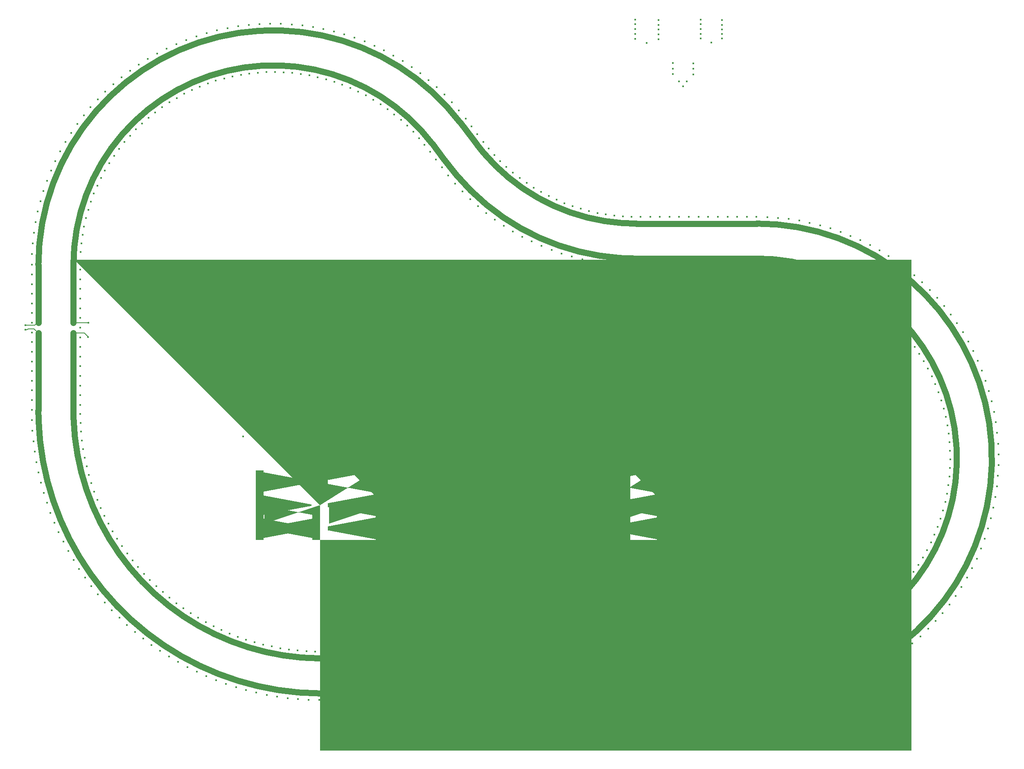
<source format=gbr>
%TF.GenerationSoftware,KiCad,Pcbnew,6.0.9-8da3e8f707~117~ubuntu22.04.1*%
%TF.CreationDate,2022-12-16T10:19:31-08:00*%
%TF.ProjectId,GaussSpeedway,47617573-7353-4706-9565-647761792e6b,rev?*%
%TF.SameCoordinates,Original*%
%TF.FileFunction,Copper,L1,Top*%
%TF.FilePolarity,Positive*%
%FSLAX46Y46*%
G04 Gerber Fmt 4.6, Leading zero omitted, Abs format (unit mm)*
G04 Created by KiCad (PCBNEW 6.0.9-8da3e8f707~117~ubuntu22.04.1) date 2022-12-16 10:19:31*
%MOMM*%
%LPD*%
G01*
G04 APERTURE LIST*
G04 Aperture macros list*
%AMRoundRect*
0 Rectangle with rounded corners*
0 $1 Rounding radius*
0 $2 $3 $4 $5 $6 $7 $8 $9 X,Y pos of 4 corners*
0 Add a 4 corners polygon primitive as box body*
4,1,4,$2,$3,$4,$5,$6,$7,$8,$9,$2,$3,0*
0 Add four circle primitives for the rounded corners*
1,1,$1+$1,$2,$3*
1,1,$1+$1,$4,$5*
1,1,$1+$1,$6,$7*
1,1,$1+$1,$8,$9*
0 Add four rect primitives between the rounded corners*
20,1,$1+$1,$2,$3,$4,$5,0*
20,1,$1+$1,$4,$5,$6,$7,0*
20,1,$1+$1,$6,$7,$8,$9,0*
20,1,$1+$1,$8,$9,$2,$3,0*%
%AMFreePoly0*
4,1,45,11.483368,7.200035,11.483383,7.200000,11.483383,7.050000,11.483373,7.049972,11.483368,7.049965,11.483342,7.049951,1.600050,5.199959,1.600050,4.400041,11.483342,2.550049,11.483368,2.550035,11.483383,2.550000,11.483383,2.250000,11.483373,2.249972,11.483368,2.249965,11.483342,2.249951,1.600050,0.399959,1.600050,-0.399959,11.483342,-2.249951,11.483368,-2.249965,11.483383,-2.250000,
11.483383,-2.550000,11.483373,-2.550028,11.483368,-2.550035,11.483342,-2.550049,1.600050,-4.400041,1.600050,-5.199959,11.483342,-7.049951,11.483368,-7.049965,11.483383,-7.050000,11.483383,-7.200000,11.483368,-7.200035,11.483333,-7.200050,0.000000,-7.200050,-0.000035,-7.200035,-0.000050,-7.200000,-0.000050,-0.049979,-0.035355,-0.035355,-0.050000,0.000000,-0.035355,0.035355,-0.000050,0.049979,
-0.000050,7.200000,-0.000035,7.200035,0.000000,7.200050,11.483333,7.200050,11.483368,7.200035,11.483368,7.200035,$1*%
%AMFreePoly1*
4,1,70,11.483368,7.200035,11.483383,7.200000,11.483383,7.050000,11.483373,7.049972,11.483368,7.049965,11.483342,7.049951,1.600050,5.199959,1.600050,4.400041,11.483342,2.550049,11.483368,2.550035,11.483383,2.550000,11.483383,2.250000,11.483373,2.249972,11.483368,2.249965,11.483342,2.249951,1.600050,0.399959,1.600050,-0.399959,11.483342,-2.249951,11.483368,-2.249965,11.483383,-2.250000,
11.483383,-2.550000,11.483373,-2.550028,11.483368,-2.550035,11.483342,-2.550049,1.600050,-4.400041,1.600050,-5.199959,11.483342,-7.049951,11.483368,-7.049965,11.483383,-7.050000,11.483383,-7.200000,11.483368,-7.200035,11.483333,-7.200050,-1.600000,-7.200050,-1.600035,-7.200035,-1.600050,-7.200000,-1.600050,-6.800042,-11.483342,-4.950049,-11.483368,-4.950035,-11.483374,-4.950028,-11.483383,-4.950000,
-11.483383,-4.650000,-11.483374,-4.649972,-11.483368,-4.649965,-11.483342,-4.649951,-1.600050,-2.799958,-1.600050,-2.000042,-11.483342,-0.150049,-11.483368,-0.150035,-11.483374,-0.150028,-11.483383,-0.150000,-11.483383,0.150000,-11.483374,0.150028,-11.483368,0.150035,-11.483342,0.150049,-1.600050,2.000042,-1.600050,2.799958,-11.483342,4.649951,-11.483368,4.649965,-11.483374,4.649972,-11.483383,4.650000,
-11.483383,4.950000,-11.483374,4.950028,-11.483368,4.950035,-11.483342,4.950049,-1.600050,6.800042,-1.600050,7.200000,-1.600035,7.200035,-1.600000,7.200050,11.483333,7.200050,11.483368,7.200035,11.483368,7.200035,$1*%
%AMFreePoly2*
4,1,48,0.000035,7.200035,0.000050,7.200000,0.000050,0.049979,0.035355,0.035355,0.050000,0.000000,0.035355,-0.035355,0.000050,-0.049979,0.000050,-7.200000,0.000035,-7.200035,0.000000,-7.200050,-1.600000,-7.200050,-1.600035,-7.200035,-1.600050,-7.200000,-1.600050,-6.800042,-11.483342,-4.950049,-11.483368,-4.950035,-11.483374,-4.950028,-11.483383,-4.950000,-11.483383,-4.650000,-11.483374,-4.649972,
-11.483368,-4.649965,-11.483342,-4.649951,-1.600050,-2.799958,-1.600050,-2.000042,-11.483342,-0.150049,-11.483368,-0.150035,-11.483374,-0.150028,-11.483383,-0.150000,-11.483383,0.150000,-11.483374,0.150028,-11.483368,0.150035,-11.483342,0.150049,-1.600050,2.000042,-1.600050,2.799958,-11.483342,4.649951,-11.483368,4.649965,-11.483374,4.649972,-11.483383,4.650000,-11.483383,4.950000,-11.483374,4.950028,
-11.483368,4.950035,-11.483342,4.950049,-1.600050,6.800042,-1.600050,7.200000,-1.600035,7.200035,-1.600000,7.200050,0.000000,7.200050,0.000035,7.200035,0.000035,7.200035,$1*%
G04 Aperture macros list end*
%TA.AperFunction,EtchedComponent*%
%ADD10C,0.200000*%
%TD*%
%TA.AperFunction,SMDPad,CuDef*%
%ADD11FreePoly0,180.000000*%
%TD*%
%TA.AperFunction,SMDPad,CuDef*%
%ADD12FreePoly1,180.000000*%
%TD*%
%TA.AperFunction,SMDPad,CuDef*%
%ADD13FreePoly2,180.000000*%
%TD*%
%TA.AperFunction,SMDPad,CuDef*%
%ADD14RoundRect,2.000000X-2.000000X-2.000000X2.000000X-2.000000X2.000000X2.000000X-2.000000X2.000000X0*%
%TD*%
%TA.AperFunction,ViaPad*%
%ADD15C,0.450000*%
%TD*%
%TA.AperFunction,Conductor*%
%ADD16C,0.200000*%
%TD*%
%TA.AperFunction,Conductor*%
%ADD17C,1.250000*%
%TD*%
G04 APERTURE END LIST*
%TO.C,T2*%
G36*
X199900000Y-161100000D02*
G01*
X199900000Y-166300000D01*
X196600000Y-169500000D01*
X191600000Y-169500000D01*
X188200000Y-166400000D01*
X188200000Y-161100000D01*
X191600000Y-157900000D01*
X196600000Y-157900000D01*
X199900000Y-161100000D01*
G37*
D10*
X199900000Y-161100000D02*
X199900000Y-166300000D01*
X196600000Y-169500000D01*
X191600000Y-169500000D01*
X188200000Y-166400000D01*
X188200000Y-161100000D01*
X191600000Y-157900000D01*
X196600000Y-157900000D01*
X199900000Y-161100000D01*
%TD*%
D11*
%TO.P,T1,1,1*%
%TO.N,/FWD1*%
X185033333Y-163550000D03*
D12*
%TO.P,T1,2,2*%
%TO.N,/FWD2*%
X171700000Y-163550000D03*
%TO.P,T1,3,3*%
%TO.N,/FWD3*%
X158366666Y-163550000D03*
D13*
%TO.P,T1,4,4*%
%TO.N,/FWD1*%
X145033333Y-163550000D03*
%TD*%
D14*
%TO.P,T2,1,Pin_1*%
%TO.N,/STOP*%
X194100000Y-163700000D03*
%TD*%
D11*
%TO.P,T3,1,1*%
%TO.N,/REV1*%
X243200001Y-163500000D03*
D12*
%TO.P,T3,2,2*%
%TO.N,/REV2*%
X229866668Y-163500000D03*
%TO.P,T3,3,3*%
%TO.N,/REV3*%
X216533334Y-163500000D03*
D13*
%TO.P,T3,4,4*%
%TO.N,/REV1*%
X203200001Y-163500000D03*
%TD*%
D15*
%TO.N,/STOP*%
X193850000Y-158350000D03*
%TO.N,GND*%
X167760000Y-125310000D03*
X223500000Y-66000000D03*
X200250000Y-149400000D03*
X166650000Y-128750000D03*
X225900000Y-67850000D03*
X237100000Y-63000000D03*
X224960000Y-116710000D03*
X228400000Y-66100000D03*
X235360000Y-148810000D03*
X198800000Y-144050000D03*
X241500000Y-65100000D03*
X202600000Y-142450000D03*
X195600000Y-153125000D03*
X175760000Y-137410000D03*
X228400000Y-65100000D03*
X230260000Y-116710000D03*
X167760000Y-124110000D03*
X223500000Y-65000000D03*
X148260000Y-148110000D03*
X237100000Y-64000000D03*
X241500000Y-66900000D03*
X175760000Y-136210000D03*
X148260000Y-146510000D03*
X223500000Y-67000000D03*
X211300000Y-147500000D03*
X204025000Y-150100000D03*
X237100000Y-66900000D03*
X241500000Y-66000000D03*
X241500000Y-63100000D03*
X169360000Y-125310000D03*
X173050000Y-141000000D03*
X223500000Y-64000000D03*
X239300000Y-67800000D03*
X191100000Y-153200000D03*
X147060000Y-146510000D03*
X223500000Y-63000000D03*
X228400000Y-64100000D03*
X147060000Y-148110000D03*
X241500000Y-64100000D03*
X228400000Y-63100000D03*
X143450000Y-145500000D03*
X237100000Y-65000000D03*
X190700000Y-146450000D03*
X169360000Y-124110000D03*
X189250000Y-148400000D03*
X174160000Y-137410000D03*
X174160000Y-136210000D03*
X228400000Y-67100000D03*
X195200000Y-137850000D03*
X237100000Y-66000000D03*
%TO.N,VBUS*%
X235550000Y-73200000D03*
X175600000Y-132850000D03*
X235550000Y-72050000D03*
X233410000Y-76860000D03*
X234200000Y-75800000D03*
X235550000Y-74400000D03*
X231300000Y-72000000D03*
X169200000Y-120700000D03*
X175600000Y-141050000D03*
X169200000Y-128900000D03*
X211450000Y-149450000D03*
X143450000Y-148000000D03*
X231300000Y-74300000D03*
X151600000Y-147950000D03*
X232600000Y-75800000D03*
X231300000Y-73200000D03*
%TO.N,VCC*%
X198800000Y-144900000D03*
X190000000Y-149000000D03*
X196450000Y-139300000D03*
X204000000Y-147500000D03*
X204485000Y-145125000D03*
X218100000Y-145100000D03*
%TO.N,/SWDIO*%
X185900000Y-134600000D03*
X195750000Y-134450000D03*
%TO.N,/1A_P*%
X192083642Y-88307934D03*
X116813805Y-186831311D03*
X178186737Y-203870000D03*
X285681434Y-187519084D03*
X205663968Y-99547427D03*
X226631908Y-103870000D03*
X238629364Y-103870000D03*
X242173172Y-203870000D03*
X296554801Y-168353514D03*
X213969746Y-102655792D03*
X232630212Y-103870000D03*
X240628517Y-103870000D03*
X184185041Y-203870000D03*
X98752349Y-111549592D03*
X289825375Y-182305510D03*
X109461335Y-82878927D03*
X266025843Y-106968376D03*
X105228617Y-171090838D03*
X277357388Y-194841536D03*
X190889287Y-86742047D03*
X210565984Y-101634661D03*
X198246650Y-94684862D03*
X98698478Y-135775796D03*
X139190692Y-64782303D03*
X274045339Y-110770852D03*
X99949474Y-102755387D03*
X298679883Y-155233440D03*
X155963969Y-203807655D03*
X128607395Y-68084103D03*
X102682604Y-94311386D03*
X106865624Y-86483647D03*
X98734413Y-145946301D03*
X107347437Y-174903379D03*
X166189280Y-203870000D03*
X162190020Y-203870000D03*
X204096687Y-98708617D03*
X226176563Y-203870000D03*
X234174868Y-203870000D03*
X261305861Y-202254438D03*
X101848395Y-163055103D03*
X112386567Y-182017175D03*
X263925799Y-106245126D03*
X198182498Y-203870000D03*
X222177411Y-203870000D03*
X177280742Y-72844957D03*
X161215384Y-65462077D03*
X196182498Y-203870000D03*
X242628517Y-103870000D03*
X281266195Y-115931317D03*
X170188432Y-203870000D03*
X298055159Y-161864868D03*
X284504848Y-118971522D03*
X294205013Y-174586059D03*
X111030319Y-180308258D03*
X143057676Y-201795516D03*
X164189280Y-203870000D03*
X220981550Y-103774049D03*
X288521948Y-184103940D03*
X216178259Y-203870000D03*
X123481511Y-192447415D03*
X265550377Y-200944552D03*
X101128311Y-98472623D03*
X272106255Y-109687697D03*
X279549168Y-114522384D03*
X106253146Y-173015964D03*
X234630212Y-103870000D03*
X295267064Y-135666522D03*
X125270854Y-193695636D03*
X277770495Y-113190549D03*
X105690163Y-88369317D03*
X287139334Y-185843434D03*
X219211938Y-103611689D03*
X206180802Y-203870000D03*
X128978904Y-195992423D03*
X175429782Y-71615564D03*
X250840425Y-103915901D03*
X250334255Y-203843235D03*
X208901827Y-101011864D03*
X132844013Y-198013760D03*
X215702650Y-103052046D03*
X202181650Y-203870000D03*
X149456360Y-203153921D03*
X115558885Y-76429816D03*
X98698478Y-127777491D03*
X120828705Y-72357643D03*
X297150811Y-166213877D03*
X99155398Y-107125875D03*
X134828687Y-198917553D03*
X153787627Y-203668692D03*
X188184193Y-203870000D03*
X98698478Y-117780016D03*
X294412301Y-133615464D03*
X295080487Y-172543755D03*
X108123153Y-84652829D03*
X238174020Y-203870000D03*
X109737630Y-178551918D03*
X196903295Y-93521808D03*
X184083913Y-78544783D03*
X159052269Y-64953755D03*
X98698478Y-141774948D03*
X132750322Y-66481644D03*
X201082212Y-96826798D03*
X100491183Y-100601361D03*
X293467673Y-131605252D03*
X298361630Y-159664065D03*
X194183346Y-203870000D03*
X214179107Y-203870000D03*
X147307166Y-202778726D03*
X98698478Y-119779187D03*
X126593821Y-69021543D03*
X176186737Y-203870000D03*
X173526846Y-70470091D03*
X98698478Y-137775796D03*
X226650000Y-116700000D03*
X156869634Y-64542197D03*
X224631908Y-103870000D03*
X236174020Y-203870000D03*
X98698478Y-143774100D03*
X117254338Y-74994994D03*
X193200199Y-89690177D03*
X185617828Y-80151139D03*
X186185041Y-203870000D03*
X98698478Y-133776644D03*
X230631060Y-103870000D03*
X290110997Y-125852093D03*
X134871527Y-65819866D03*
X293240093Y-176586610D03*
X244172324Y-203870000D03*
X296698904Y-139871466D03*
X297273233Y-142017025D03*
X98698478Y-115780016D03*
X98698478Y-125778339D03*
X263443123Y-201646515D03*
X120045523Y-189760622D03*
X118403379Y-188325653D03*
X180185889Y-203870000D03*
X236629364Y-103870000D03*
X298133529Y-146374961D03*
X163352878Y-66065727D03*
X194377553Y-91022023D03*
X298417715Y-148578753D03*
X297751891Y-144186897D03*
X188464842Y-83560988D03*
X248171476Y-203870000D03*
X160190020Y-203870000D03*
X212179107Y-203870000D03*
X268092563Y-107784542D03*
X182185889Y-203870000D03*
X174187585Y-203870000D03*
X143584899Y-64132174D03*
X244627669Y-103870000D03*
X292186814Y-178543153D03*
X103392368Y-167134443D03*
X292434245Y-129638151D03*
X271657994Y-198286895D03*
X98698478Y-139774948D03*
X171574078Y-69409828D03*
X136845755Y-199748963D03*
X212256881Y-102183152D03*
X261794798Y-105615608D03*
X253056822Y-104060314D03*
X297651401Y-164048960D03*
X259144621Y-202766606D03*
X130661493Y-67236673D03*
X165462342Y-66764025D03*
X98849509Y-148124520D03*
X246172324Y-203870000D03*
X280880642Y-192136281D03*
X252552595Y-203721237D03*
X273607939Y-197223416D03*
X295864044Y-170465460D03*
X183600000Y-131880000D03*
X101859059Y-96375177D03*
X291048147Y-180450170D03*
X259638851Y-105081598D03*
X291314933Y-127719711D03*
X168188432Y-203870000D03*
X103596623Y-92287073D03*
X255265554Y-104303141D03*
X279149446Y-193527767D03*
X124623040Y-70047936D03*
X140962981Y-201188864D03*
X141380106Y-64408485D03*
X172187585Y-203870000D03*
X110876393Y-81166944D03*
X104274334Y-169128912D03*
X113928150Y-77939174D03*
X189677176Y-85151663D03*
X112366732Y-79518810D03*
X232174868Y-203870000D03*
X267625250Y-200149340D03*
X145798850Y-63954149D03*
X108509115Y-176748989D03*
X296029552Y-137752640D03*
X99503793Y-104932272D03*
X182479477Y-77007498D03*
X145173934Y-202325853D03*
X152459392Y-64011646D03*
X282919644Y-117415759D03*
X137019123Y-65253206D03*
X158144847Y-203867446D03*
X99043750Y-150297554D03*
X127103608Y-194877492D03*
X254763671Y-203500771D03*
X284149891Y-189129002D03*
X98698478Y-123778339D03*
X282549026Y-190668646D03*
X121739458Y-191135536D03*
X130892675Y-197038011D03*
X151616855Y-203450623D03*
X188970000Y-131910000D03*
X222757213Y-103857667D03*
X270120128Y-108691323D03*
X101188492Y-160975600D03*
X202568861Y-97801399D03*
X217450704Y-103370798D03*
X167537825Y-67555003D03*
X100097769Y-156752427D03*
X298569950Y-157452759D03*
X98698478Y-121779187D03*
X208179954Y-203870000D03*
X195612382Y-92299713D03*
X275935197Y-111939569D03*
X228175715Y-203870000D03*
X218178259Y-203870000D03*
X98904681Y-109333724D03*
X99316732Y-152461174D03*
X169576988Y-68437767D03*
X122700613Y-71160387D03*
X246627669Y-103870000D03*
X190184193Y-203870000D03*
X180809047Y-75543621D03*
X148019465Y-63874611D03*
X230175715Y-203870000D03*
X224176563Y-203870000D03*
X275509525Y-196073882D03*
X200181650Y-203870000D03*
X150240480Y-63893784D03*
X179074504Y-74154801D03*
X104600086Y-90304519D03*
X138890843Y-200506187D03*
X207266284Y-100315465D03*
X192183346Y-203870000D03*
X98698576Y-113770981D03*
X228650000Y-116700000D03*
X298603649Y-150792054D03*
X269661887Y-199263121D03*
X199640934Y-95787562D03*
X210179954Y-203870000D03*
X248627654Y-103870000D03*
X113803434Y-183674963D03*
X286020022Y-120596855D03*
X99668326Y-154614355D03*
X98698478Y-131776644D03*
X102583137Y-165108375D03*
X257460388Y-104643697D03*
X98698478Y-129777491D03*
X240173172Y-203870000D03*
X100604857Y-158874376D03*
X228631060Y-103870000D03*
X287460892Y-122287171D03*
X115280247Y-185280836D03*
X204180802Y-203870000D03*
X298691121Y-153012371D03*
X119012598Y-73636326D03*
X187079493Y-81824756D03*
X154669940Y-64227864D03*
X220177411Y-203870000D03*
X256961838Y-203182441D03*
X288825834Y-124040565D03*
%TO.N,/1B_P*%
X157328193Y-193851220D03*
X263013480Y-191220779D03*
X274072391Y-122948091D03*
X261339856Y-191819908D03*
X221398531Y-113814654D03*
X186289231Y-96985801D03*
X161268887Y-75896525D03*
X124240431Y-82218713D03*
X254831957Y-114343042D03*
X287338180Y-143527209D03*
X211179107Y-193870000D03*
X231631060Y-113870000D03*
X163189280Y-193870000D03*
X288369988Y-148754223D03*
X159570045Y-75375728D03*
X108698478Y-140774948D03*
X157849016Y-74930719D03*
X288667472Y-152295382D03*
X277956868Y-126594616D03*
X233630212Y-113870000D03*
X179965355Y-88922408D03*
X257921797Y-192792107D03*
X179185889Y-193870000D03*
X271227841Y-120818106D03*
X225176563Y-193870000D03*
X259641991Y-192343881D03*
X165189280Y-193870000D03*
X108698478Y-128777491D03*
X108897039Y-148321600D03*
X189184193Y-193870000D03*
X109352031Y-151927802D03*
X135101422Y-76251918D03*
X108698478Y-130776644D03*
X235630212Y-113870000D03*
X108698478Y-132776644D03*
X109511327Y-105847083D03*
X275420629Y-124105481D03*
X166204779Y-77904331D03*
X247171476Y-193870000D03*
X239173172Y-193870000D03*
X207179954Y-193870000D03*
X183185041Y-193870000D03*
X281086393Y-177343876D03*
X270891622Y-187148586D03*
X227631908Y-113870000D03*
X121527801Y-84514348D03*
X282318368Y-132197370D03*
X127146101Y-80172892D03*
X108698478Y-138774948D03*
X260030732Y-115508822D03*
X116382783Y-170504226D03*
X286716620Y-166304660D03*
X288031954Y-161141696D03*
X223619885Y-113869830D03*
X173699289Y-82645660D03*
X280262179Y-129299028D03*
X252667181Y-193672630D03*
X112969831Y-164091052D03*
X210451200Y-112068856D03*
X288522116Y-157622030D03*
X223176563Y-193870000D03*
X122858898Y-83336148D03*
X113009568Y-95806177D03*
X189376196Y-100179916D03*
X112242548Y-97408979D03*
X155512000Y-193768361D03*
X275118085Y-183903386D03*
X144789020Y-191896316D03*
X249523612Y-113878512D03*
X108698478Y-116780016D03*
X127188281Y-182691482D03*
X191023383Y-101671302D03*
X171187585Y-193870000D03*
X111040572Y-158993626D03*
X108705226Y-144691468D03*
X227175715Y-193870000D03*
X182329967Y-92008668D03*
X145492780Y-73998663D03*
X231174868Y-193870000D03*
X143052920Y-191359120D03*
X108792689Y-111126274D03*
X147266668Y-73895634D03*
X177627789Y-86245827D03*
X112265199Y-162415906D03*
X177186737Y-193870000D03*
X265029144Y-117355492D03*
X288649493Y-155848968D03*
X113735211Y-165740177D03*
X197182498Y-193870000D03*
X267850462Y-188986968D03*
X258315893Y-115043395D03*
X217178259Y-193870000D03*
X286126608Y-167981520D03*
X119029620Y-87041677D03*
X273757619Y-185047547D03*
X175186737Y-193870000D03*
X128619875Y-183810927D03*
X202138886Y-108958134D03*
X278875200Y-180125768D03*
X191183346Y-193870000D03*
X287759389Y-145253441D03*
X193183346Y-193870000D03*
X241173172Y-193870000D03*
X108698478Y-142774100D03*
X283248080Y-133712497D03*
X108698478Y-118779187D03*
X184855487Y-95289437D03*
X194507519Y-104426755D03*
X283041959Y-174376712D03*
X245627669Y-113870000D03*
X162943628Y-76492525D03*
X250894839Y-193809655D03*
X268205474Y-118948989D03*
X108698478Y-124778339D03*
X279139815Y-127921496D03*
X247627669Y-113870000D03*
X138493802Y-75193591D03*
X110067802Y-155491422D03*
X287670202Y-162881360D03*
X136785494Y-75685176D03*
X136336337Y-188590629D03*
X277679381Y-181440041D03*
X116765606Y-89780755D03*
X156110655Y-74562754D03*
X115727286Y-91222693D03*
X253069725Y-114109565D03*
X123149460Y-179030594D03*
X187797552Y-98617495D03*
X288558106Y-150521872D03*
X269737104Y-119849769D03*
X288697963Y-154072751D03*
X109091706Y-150128455D03*
X241628517Y-113870000D03*
X117867421Y-88385771D03*
X108698478Y-134775796D03*
X110522249Y-157250995D03*
X173187585Y-193870000D03*
X121895197Y-177715510D03*
X208322866Y-111430376D03*
X284109206Y-135266768D03*
X167188432Y-193870000D03*
X212604880Y-112611933D03*
X205180802Y-193870000D03*
X146544242Y-192370253D03*
X199181650Y-193870000D03*
X229631060Y-113870000D03*
X204162618Y-109873439D03*
X233174868Y-193870000D03*
X141336767Y-190758922D03*
X161190020Y-193870000D03*
X148314779Y-192779905D03*
X214781482Y-113058997D03*
X109193685Y-107595339D03*
X192734467Y-103087447D03*
X137976265Y-189373735D03*
X108953914Y-109356725D03*
X239629364Y-113870000D03*
X130091837Y-184878049D03*
X237629364Y-113870000D03*
X181185889Y-193870000D03*
X249118436Y-193867796D03*
X108698478Y-136775796D03*
X113847383Y-94238363D03*
X125797732Y-181520245D03*
X133146570Y-186847902D03*
X281322694Y-130725661D03*
X209179954Y-193870000D03*
X183542078Y-93599052D03*
X141966725Y-74440525D03*
X149044136Y-73871494D03*
X256184127Y-193163321D03*
X108698478Y-120779187D03*
X108698478Y-126777491D03*
X195182498Y-193870000D03*
X111547188Y-99044965D03*
X283919154Y-172830587D03*
X139644281Y-190097022D03*
X108698478Y-114780016D03*
X243628517Y-113870000D03*
X131600974Y-185890534D03*
X120250895Y-85749988D03*
X221177411Y-193870000D03*
X286840495Y-141820667D03*
X114559677Y-167359707D03*
X134725274Y-187748076D03*
X120689052Y-176355129D03*
X206225885Y-110698296D03*
X276716673Y-125322134D03*
X110925449Y-100709518D03*
X263390685Y-116665981D03*
X109906480Y-104113927D03*
X117379061Y-172025032D03*
X284900776Y-136858431D03*
X108698478Y-122778339D03*
X200156969Y-107953412D03*
X169188432Y-193870000D03*
X216974863Y-113408786D03*
X219182553Y-113660905D03*
X109677447Y-153715741D03*
X140221528Y-74778552D03*
X133443484Y-76893181D03*
X284726462Y-171247694D03*
X150099794Y-193125077D03*
X154356922Y-74272248D03*
X170829369Y-80549982D03*
X287231345Y-164603968D03*
X266271986Y-189802879D03*
X215178259Y-193870000D03*
X164589544Y-77162045D03*
X286267739Y-140138631D03*
X264658142Y-190548183D03*
X237174020Y-193870000D03*
X276425831Y-182700432D03*
X280011939Y-178759095D03*
X176371884Y-84987781D03*
X167784778Y-78717288D03*
X181117633Y-90417993D03*
X119533642Y-174952401D03*
X254430940Y-193457105D03*
X201181650Y-193870000D03*
X251299612Y-113954664D03*
X151895414Y-193405021D03*
X108768121Y-146508095D03*
X272673480Y-121851268D03*
X150820168Y-73926309D03*
X110378032Y-102400762D03*
X282097350Y-175881707D03*
X125670844Y-81163302D03*
X219177411Y-193870000D03*
X143724469Y-74180465D03*
X118429513Y-173507991D03*
X213179107Y-193870000D03*
X245172324Y-193870000D03*
X172287917Y-81566156D03*
X198222460Y-106862106D03*
X229175715Y-193870000D03*
X185185041Y-193870000D03*
X269391790Y-188101371D03*
X153700788Y-193619604D03*
X130221878Y-78393032D03*
X225631908Y-113870000D03*
X159190020Y-193870000D03*
X288103649Y-146997419D03*
X256581337Y-114654436D03*
X178826062Y-87557862D03*
X285620558Y-138482995D03*
X187184193Y-193870000D03*
X288316193Y-159386936D03*
X235174020Y-193870000D03*
X115442840Y-168948871D03*
X243172324Y-193870000D03*
X175061892Y-83787275D03*
X152592764Y-74060020D03*
X169327759Y-79600002D03*
X285462973Y-169629817D03*
X266634677Y-118116781D03*
X131816358Y-77607153D03*
X272348268Y-186129686D03*
X128664540Y-79248600D03*
X114753629Y-92709961D03*
X108710192Y-112901990D03*
X203180802Y-193870000D03*
X124451246Y-180299756D03*
X111621647Y-160715535D03*
X196337537Y-105685448D03*
X261723922Y-116050193D03*
%TO.N,/G1_P*%
X110320000Y-128770000D03*
X97410000Y-127250000D03*
X97400000Y-126310000D03*
X110400000Y-125800000D03*
%TO.N,/FWD1*%
X184340000Y-156980000D03*
X146100000Y-170150000D03*
X183850000Y-170150000D03*
X183460000Y-152410000D03*
%TO.N,/FWD3*%
X158360000Y-156670000D03*
%TO.N,/FWD2*%
X197100000Y-153125000D03*
X171620000Y-156720000D03*
%TO.N,/REV1*%
X203900000Y-170050000D03*
X202050000Y-152250000D03*
X203830000Y-156800000D03*
X242300000Y-169700000D03*
%TO.N,/REV3*%
X216490000Y-156640000D03*
%TO.N,/REV2*%
X229810000Y-156660000D03*
%TO.N,/B_IN2*%
X153860000Y-153210000D03*
X142460000Y-149310000D03*
%TO.N,/A_IN1*%
X184660000Y-141610000D03*
X183660000Y-132710000D03*
%TO.N,/G_IN1*%
X191290000Y-127880000D03*
X190560000Y-121310000D03*
X191290000Y-135980000D03*
%TO.N,/G_IN2*%
X189830000Y-136140000D03*
X189260000Y-128310000D03*
%TO.N,Net-(C8-Pad2)*%
X183570000Y-130890000D03*
X188970000Y-130890000D03*
%TO.N,Net-(R12-Pad2)*%
X187900000Y-135400000D03*
X195700000Y-135400000D03*
%TD*%
D16*
%TO.N,/STOP*%
X193850000Y-163450000D02*
X194100000Y-163700000D01*
X193850000Y-158350000D02*
X193850000Y-163450000D01*
D17*
%TO.N,/G1_P*%
X248627669Y-105245000D02*
X223750460Y-105245000D01*
D16*
X97410000Y-127250000D02*
X97730000Y-127250000D01*
X99187691Y-127010000D02*
X100077691Y-127900000D01*
D17*
X248698477Y-105245000D02*
X248627669Y-105245000D01*
X190843368Y-88950150D02*
X189795920Y-87575817D01*
X100073478Y-117779187D02*
X100073478Y-125777491D01*
X107323478Y-127913478D02*
X107323478Y-143870000D01*
X184029723Y-91970526D02*
X181605570Y-88789850D01*
X162189280Y-202495000D02*
X248698477Y-202495000D01*
D16*
X97970000Y-127010000D02*
X99187691Y-127010000D01*
D17*
X158698478Y-195245000D02*
X162189280Y-195245000D01*
D16*
X110320000Y-128630000D02*
X109590000Y-127900000D01*
X110320000Y-128770000D02*
X110320000Y-128630000D01*
D17*
X162189280Y-195245000D02*
X248698477Y-195245000D01*
D16*
X97400000Y-126310000D02*
X99367691Y-126310000D01*
D17*
X100073478Y-113870000D02*
X100073478Y-117779187D01*
D16*
X99367691Y-126310000D02*
X100077691Y-125600000D01*
D17*
X107323478Y-117779187D02*
X107323478Y-125777491D01*
D16*
X110400000Y-125800000D02*
X107527691Y-125800000D01*
D17*
X248627669Y-112495000D02*
X223750460Y-112495000D01*
D16*
X109590000Y-127900000D02*
X107327691Y-127900000D01*
D17*
X185077171Y-93344859D02*
X184029723Y-91970526D01*
X107323478Y-113870000D02*
X107323478Y-117779187D01*
X189795920Y-87575817D02*
X187371767Y-84395141D01*
D16*
X97730000Y-127250000D02*
X97970000Y-127010000D01*
D17*
X248698477Y-112495000D02*
X248627669Y-112495000D01*
X100073478Y-127913478D02*
X100073478Y-143870000D01*
X158698478Y-202495000D02*
X162189280Y-202495000D01*
X295238489Y-167956095D02*
G75*
G02*
X293804638Y-172031077I-46540189J14086195D01*
G01*
X129160736Y-69342843D02*
G75*
G02*
X133189765Y-67784532I19537564J-44526857D01*
G01*
X110859126Y-177756388D02*
G75*
G02*
X108523765Y-174191423I47839274J33886288D01*
G01*
X150198991Y-65268158D02*
G75*
G02*
X154506634Y-65593134I-1500491J-48601442D01*
G01*
X194645690Y-93277533D02*
G75*
G03*
X197370557Y-95744619I29104410J29407133D01*
G01*
X287079296Y-169323255D02*
G75*
G02*
X285556309Y-172668689I-38380196J15452955D01*
G01*
X149975264Y-72514707D02*
G75*
G02*
X153640636Y-72791226I-1276764J-41355293D01*
G01*
X248698477Y-112495003D02*
G75*
G02*
X252305784Y-112652553I23J-41375097D01*
G01*
X289606101Y-147668626D02*
G75*
G02*
X289995055Y-151323778I-40907801J-6201374D01*
G01*
X103147466Y-96855427D02*
G75*
G02*
X104837320Y-92879777I45550834J-17014473D01*
G01*
X269673677Y-118205850D02*
G75*
G02*
X272756206Y-120208208I-20975077J-35663950D01*
G01*
X279301345Y-181715190D02*
G75*
G02*
X276709232Y-184321407I-30602545J27844790D01*
G01*
X158698478Y-202495000D02*
G75*
G02*
X158156631Y-202492496I-78J58606300D01*
G01*
X200303631Y-97960133D02*
G75*
G03*
X203421768Y-99906577I23446769J34090133D01*
G01*
X269531862Y-109934129D02*
G75*
G02*
X273349090Y-111956544I-20833462J-43935971D01*
G01*
X189545758Y-98430516D02*
G75*
G03*
X192748097Y-101329900I34204842J34560716D01*
G01*
X192748095Y-101329902D02*
G75*
G03*
X196195126Y-103933627I31002405J37460002D01*
G01*
X119326142Y-187306267D02*
G75*
G02*
X116274625Y-184331183I39372458J43436467D01*
G01*
X100108574Y-145898289D02*
G75*
G02*
X100073478Y-143870000I58586026J2028189D01*
G01*
X112914550Y-167177137D02*
G75*
G02*
X111342315Y-163789449I45783750J23307037D01*
G01*
X288299360Y-165855854D02*
G75*
G02*
X287079298Y-169323256I-39600560J11985754D01*
G01*
X139034569Y-73639418D02*
G75*
G02*
X142643296Y-72940483I9663831J-40230382D01*
G01*
X197370557Y-95744619D02*
G75*
G03*
X200303633Y-97960130I26380443J31875319D01*
G01*
X121595884Y-73498720D02*
G75*
G02*
X125285918Y-71252602I27102316J-40370880D01*
G01*
X282967776Y-130685826D02*
G75*
G02*
X284890202Y-133818827I-34269376J-23184174D01*
G01*
X213634291Y-103989240D02*
G75*
G03*
X217234919Y-104728760I10116309J40119740D01*
G01*
X252937881Y-105430160D02*
G75*
G02*
X257220337Y-105997581I-4239481J-48440340D01*
G01*
X145879504Y-65326785D02*
G75*
G02*
X150198991Y-65268159I2818996J-48543315D01*
G01*
X275648854Y-122476248D02*
G75*
G02*
X278328793Y-124992068I-26950454J-31393852D01*
G01*
X111917100Y-82065586D02*
G75*
G02*
X114884992Y-78926634I36781500J-31804514D01*
G01*
X107494180Y-110115456D02*
G75*
G02*
X107990015Y-106473263I41204920J-3754644D01*
G01*
X263036769Y-200332931D02*
G75*
G02*
X258856456Y-201422140I-14338269J46462831D01*
G01*
X101020940Y-154367241D02*
G75*
G02*
X100410741Y-150149357I57677360J10497241D01*
G01*
X101935947Y-158529650D02*
G75*
G02*
X101020939Y-154367241I56763253J14659850D01*
G01*
X100073575Y-113772788D02*
G75*
G02*
X100274094Y-109457560I48624825J-97212D01*
G01*
X137341196Y-66589956D02*
G75*
G02*
X141582267Y-65768543I11357304J-47280044D01*
G01*
X276971761Y-114309765D02*
G75*
G02*
X280371277Y-116975228I-28273561J-39560535D01*
G01*
X295937647Y-142343870D02*
G75*
G02*
X296774202Y-146581981I-47239347J-11526130D01*
G01*
X129659193Y-194797504D02*
G75*
G02*
X126036153Y-192553295I29039107J50927204D01*
G01*
X146299814Y-72564591D02*
G75*
G02*
X149975264Y-72514705I2398686J-41305309D01*
G01*
X111377033Y-96009427D02*
G75*
G02*
X113109496Y-92767514I37320767J-17860173D01*
G01*
X104837324Y-92879779D02*
G75*
G02*
X106873359Y-89069797I43861076J-20990121D01*
G01*
X157267003Y-73391967D02*
G75*
G02*
X160825739Y-74312192I-8568603J-40478233D01*
G01*
X136559877Y-190230255D02*
G75*
G02*
X133250405Y-188499433I22138423J46359855D01*
G01*
X211861668Y-111019203D02*
G75*
G03*
X216093224Y-111888301I11888732J47149003D01*
G01*
X153640635Y-72791230D02*
G75*
G02*
X157267002Y-73391970I-4942135J-41078870D01*
G01*
X294728241Y-138196735D02*
G75*
G02*
X295937644Y-142343871I-46030041J-15673365D01*
G01*
X116274627Y-184331181D02*
G75*
G02*
X113447308Y-181142270I42423473J40460881D01*
G01*
X160825739Y-74312192D02*
G75*
G02*
X164288759Y-75544634I-12127339J-39558008D01*
G01*
X125285919Y-71252603D02*
G75*
G02*
X129160738Y-69342848I23412481J-42617197D01*
G01*
X124195212Y-181934622D02*
G75*
G02*
X121521072Y-179327454I34503588J38064922D01*
G01*
X286395508Y-123156407D02*
G75*
G02*
X288972666Y-126623344I-37697108J-30713593D01*
G01*
X106453555Y-170466223D02*
G75*
G02*
X104659450Y-166600467I52245245J26596323D01*
G01*
X100073479Y-113870000D02*
G75*
G02*
X100073576Y-113772788I47720221J1000D01*
G01*
X290058067Y-154999026D02*
G75*
G02*
X289794645Y-158665363I-41359867J1129026D01*
G01*
X192150539Y-90578339D02*
G75*
G03*
X194645690Y-93277533I31600061J26708439D01*
G01*
X296305009Y-163769935D02*
G75*
G02*
X295238487Y-167956094I-47606509J9899935D01*
G01*
X253716650Y-194939553D02*
G75*
G02*
X250051796Y-195222861I-5018250J41069953D01*
G01*
X278328793Y-124992068D02*
G75*
G02*
X280774868Y-127735813I-29630193J-28877832D01*
G01*
X286526984Y-137110083D02*
G75*
G02*
X287865192Y-140533622I-37828584J-16759917D01*
G01*
X259536434Y-113939697D02*
G75*
G02*
X263037603Y-115059177I-10837934J-39930303D01*
G01*
X164288758Y-75544635D02*
G75*
G02*
X167628730Y-77079566I-15590358J-38325565D01*
G01*
X250288934Y-202468981D02*
G75*
G02*
X248698477Y-202495000I-1590434J48595381D01*
G01*
X274771445Y-194913763D02*
G75*
G02*
X271025793Y-197065850I-26072845J41043463D01*
G01*
X132073819Y-75981856D02*
G75*
G02*
X135502118Y-74655886I16624681J-37888244D01*
G01*
X254595968Y-202136038D02*
G75*
G02*
X250288934Y-202468982I-5897468J48266038D01*
G01*
X100856811Y-105177158D02*
G75*
G02*
X101817127Y-100965366I47841689J-8692842D01*
G01*
X119043399Y-176532909D02*
G75*
G02*
X116775294Y-173565746I39655001J32662809D01*
G01*
X158156631Y-202492499D02*
G75*
G02*
X153899267Y-202298230I541869J58621799D01*
G01*
X117401212Y-86807631D02*
G75*
G02*
X119926592Y-84136700I31297788J-27062869D01*
G01*
X174695444Y-72778052D02*
G75*
G02*
X178239891Y-75247526I-25996944J-41091948D01*
G01*
X184603165Y-81079082D02*
G75*
G02*
X187371766Y-84395142I-35904865J-32791018D01*
G01*
X289206860Y-162293851D02*
G75*
G02*
X288299358Y-165855854I-40508460J8423851D01*
G01*
X207723947Y-109777969D02*
G75*
G03*
X211861668Y-111019202I16026353J45907469D01*
G01*
X185077171Y-93344859D02*
G75*
G03*
X186613391Y-95258353I38673529J29475059D01*
G01*
X272756208Y-120208205D02*
G75*
G02*
X275648854Y-122476248I-24057708J-33661695D01*
G01*
X291231958Y-130305327D02*
G75*
G02*
X293155542Y-134173301I-42533758J-23564773D01*
G01*
X107323479Y-113870000D02*
G75*
G02*
X107323561Y-113787282I41852421J-100D01*
G01*
X284890206Y-133818825D02*
G75*
G02*
X286526982Y-137110084I-36191406J-20050975D01*
G01*
X127051692Y-184340631D02*
G75*
G02*
X124195213Y-181934621I31646608J40470331D01*
G01*
X145482992Y-200986033D02*
G75*
G02*
X141368556Y-199875040I13215408J57115933D01*
G01*
X206700351Y-101568596D02*
G75*
G03*
X210113504Y-102933078I17050149J37698596D01*
G01*
X126036153Y-192553295D02*
G75*
G02*
X122585724Y-190051811I32662047J48682895D01*
G01*
X173835259Y-81006147D02*
G75*
G02*
X176652829Y-83366807I-25136959J-32864053D01*
G01*
X108523761Y-174191426D02*
G75*
G02*
X106453559Y-170466222I50174639J30321326D01*
G01*
X109939130Y-99392303D02*
G75*
G02*
X111377030Y-96009425I38759070J-14477597D01*
G01*
X142643295Y-72940479D02*
G75*
G02*
X146299814Y-72564589I6055205J-40930121D01*
G01*
X297305370Y-155196862D02*
G75*
G02*
X296995787Y-159505638I-48606770J1326862D01*
G01*
X297231313Y-150877612D02*
G75*
G02*
X297305369Y-155196862I-48533013J-2992388D01*
G01*
X133250406Y-188499431D02*
G75*
G02*
X130075417Y-186532759I25448294J44629831D01*
G01*
X170819291Y-78904871D02*
G75*
G02*
X173835259Y-81006147I-22121091J-34965529D01*
G01*
X288894273Y-144062420D02*
G75*
G02*
X289606099Y-147668626I-40195373J-9807480D01*
G01*
X281617460Y-189657301D02*
G75*
G02*
X278311317Y-192437736I-32918760J35787001D01*
G01*
X178239892Y-75247524D02*
G75*
G02*
X181551175Y-78021836I-29541292J-38622276D01*
G01*
X293804641Y-172031078D02*
G75*
G02*
X292014783Y-175962719I-45106541J18161278D01*
G01*
X250051796Y-195222861D02*
G75*
G02*
X248698477Y-195245000I-1353296J41350861D01*
G01*
X116775297Y-173565744D02*
G75*
G02*
X114728740Y-170441653I41923103J29695744D01*
G01*
X122585726Y-190051808D02*
G75*
G02*
X119326139Y-187306271I36112774J46181908D01*
G01*
X125636888Y-79518089D02*
G75*
G02*
X128776736Y-77606867I23061812J-34352311D01*
G01*
X176652832Y-83366803D02*
G75*
G02*
X179249764Y-85968218I-27954332J-30503097D01*
G01*
X216093225Y-111888298D02*
G75*
G03*
X220385215Y-112378408I7657275J48018298D01*
G01*
X130075420Y-186532756D02*
G75*
G02*
X127051694Y-184340628I28623280J42663156D01*
G01*
X283742417Y-175865753D02*
G75*
G02*
X281651928Y-178889206I-35044017J21995853D01*
G01*
X141368556Y-199875041D02*
G75*
G02*
X137345705Y-198468074I17329944J56005041D01*
G01*
X139986347Y-191716073D02*
G75*
G02*
X136559878Y-190230252I18712553J47847073D01*
G01*
X273349092Y-111956539D02*
G75*
G02*
X276971760Y-114309768I-24650492J-41913161D01*
G01*
X217234919Y-104728758D02*
G75*
G03*
X220886974Y-105145792I6515581J40858858D01*
G01*
X137345704Y-198468076D02*
G75*
G02*
X133435696Y-196772575I21353196J54598976D01*
G01*
X190843367Y-88950151D02*
G75*
G03*
X192150537Y-90578341I32907533J25080551D01*
G01*
X114728741Y-170441652D02*
G75*
G02*
X112914551Y-167177137I43969859J26571752D01*
G01*
X266425597Y-116484982D02*
G75*
G02*
X269673677Y-118205850I-17727297J-37385418D01*
G01*
X141582267Y-65768542D02*
G75*
G02*
X145879504Y-65326783I7116233J-48101858D01*
G01*
X133435696Y-196772575D02*
G75*
G02*
X129659193Y-194797502I25263104J52903175D01*
G01*
X271025791Y-197065848D02*
G75*
G02*
X267103915Y-198877004I-22327491J43196148D01*
G01*
X108153772Y-153069074D02*
G75*
G02*
X107619033Y-149372806I50545128J9199174D01*
G01*
X133189764Y-67784529D02*
G75*
G02*
X137341196Y-66589954I15508736J-46085671D01*
G01*
X135502119Y-74655889D02*
G75*
G02*
X139034570Y-73639422I13196381J-39214111D01*
G01*
X264359661Y-192166452D02*
G75*
G02*
X260898926Y-193405296I-15661161J38296552D01*
G01*
X280371276Y-116975230D02*
G75*
G02*
X283520811Y-119931888I-31672576J-36894570D01*
G01*
X107323561Y-113787282D02*
G75*
G02*
X107494181Y-110115456I41375039J-82718D01*
G01*
X284663787Y-186594413D02*
G75*
G02*
X281617462Y-189657303I-35965587J32724713D01*
G01*
X162950759Y-67380609D02*
G75*
G02*
X167020591Y-68829010I-14252259J-46489191D01*
G01*
X186613388Y-95258356D02*
G75*
G03*
X189545760Y-98430514I37137112J31388456D01*
G01*
X276709231Y-184321406D02*
G75*
G02*
X273896035Y-186687276I-28010431J30451006D01*
G01*
X100410737Y-150149357D02*
G75*
G02*
X100108575Y-145898289I58288463J6279357D01*
G01*
X118119764Y-76063481D02*
G75*
G02*
X121595885Y-73498722I30578636J-37806419D01*
G01*
X278311317Y-192437736D02*
G75*
G02*
X274771448Y-194913766I-29612917J38567836D01*
G01*
X258856455Y-201422137D02*
G75*
G02*
X254595968Y-202136036I-10157955J47551737D01*
G01*
X261435533Y-106942844D02*
G75*
G02*
X265550200Y-108258489I-12737033J-46927056D01*
G01*
X167628728Y-77079569D02*
G75*
G02*
X170819291Y-78904871I-18930128J-36790331D01*
G01*
X210113505Y-102933076D02*
G75*
G03*
X213634290Y-103989244I13637095J39063476D01*
G01*
X289995055Y-151323778D02*
G75*
G02*
X290058069Y-154999026I-41296755J-2546222D01*
G01*
X158768435Y-66299140D02*
G75*
G02*
X162950758Y-67380614I-10069935J-47570660D01*
G01*
X108955619Y-156716729D02*
G75*
G02*
X108153768Y-153069075I49743181J12846829D01*
G01*
X143511703Y-192949040D02*
G75*
G02*
X139986346Y-191716073I15186797J49079240D01*
G01*
X150784132Y-194631736D02*
G75*
G02*
X147117316Y-193922645I7914268J50761236D01*
G01*
X292014785Y-175962720D02*
G75*
G02*
X289883044Y-179719991I-43316785J22093020D01*
G01*
X248698477Y-105245002D02*
G75*
G02*
X252937881Y-105430160I23J-48624998D01*
G01*
X104659453Y-166600466D02*
G75*
G02*
X103150921Y-162614588I54038647J22730366D01*
G01*
X203712718Y-108174396D02*
G75*
G03*
X207723947Y-109777967I20037582J44303996D01*
G01*
X147117317Y-193922643D02*
G75*
G02*
X143511702Y-192949042I11581183J50052843D01*
G01*
X114884991Y-78926633D02*
G75*
G02*
X118119764Y-76063481I33813109J-34942967D01*
G01*
X293155539Y-134173302D02*
G75*
G02*
X294728242Y-138196734I-44457239J-19696798D01*
G01*
X149667265Y-201795193D02*
G75*
G02*
X145482991Y-200986035I9031135J57924693D01*
G01*
X199859638Y-106221147D02*
G75*
G03*
X203712718Y-108174395I23890962J42351547D01*
G01*
X108807149Y-102889450D02*
G75*
G02*
X109939131Y-99392303I39891651J-10980650D01*
G01*
X289883044Y-179719991D02*
G75*
G02*
X287426248Y-183273237I-41184844J25850191D01*
G01*
X181551174Y-78021837D02*
G75*
G02*
X184603163Y-81079084I-32852774J-35848263D01*
G01*
X107354235Y-145647456D02*
G75*
G02*
X107323478Y-143870000I51338265J1777356D01*
G01*
X260898925Y-193405293D02*
G75*
G02*
X257341898Y-194332104I-12200225J39534293D01*
G01*
X267103915Y-198877005D02*
G75*
G02*
X263036769Y-200332930I-18405415J45007005D01*
G01*
X267696784Y-190625339D02*
G75*
G02*
X264359660Y-192166448I-18998584J36755939D01*
G01*
X288972668Y-126623343D02*
G75*
G02*
X291231956Y-130305328I-40274568J-27246857D01*
G01*
X154506634Y-65593130D02*
G75*
G02*
X158768435Y-66299142I-5808134J-48276470D01*
G01*
X103150925Y-162614587D02*
G75*
G02*
X101935943Y-158529651I55547675J18744687D01*
G01*
X107619032Y-149372806D02*
G75*
G02*
X107354236Y-145647456I51079768J5502806D01*
G01*
X158223640Y-195242802D02*
G75*
G02*
X154492773Y-195072565I474760J51372002D01*
G01*
X115122851Y-89692159D02*
G75*
G02*
X117401212Y-86807631I33576249J-24178341D01*
G01*
X154492773Y-195072567D02*
G75*
G02*
X150784132Y-194631734I4205627J51201567D01*
G01*
X170945816Y-70632898D02*
G75*
G02*
X174695445Y-72778051I-22247116J-43236602D01*
G01*
X111342312Y-163789450D02*
G75*
G02*
X110020343Y-160296494I47355788J19919250D01*
G01*
X119926589Y-84136697D02*
G75*
G02*
X122679058Y-81700442I28772111J-29733603D01*
G01*
X109239513Y-85455560D02*
G75*
G02*
X111917100Y-82065586I39458887J-28414340D01*
G01*
X255949725Y-113135371D02*
G75*
G02*
X259536435Y-113939695I-7251325J-40734929D01*
G01*
X296995789Y-159505638D02*
G75*
G02*
X296305009Y-163769935I-48297189J5635638D01*
G01*
X280774869Y-127735812D02*
G75*
G02*
X282967773Y-130685827I-32076969J-26134588D01*
G01*
X281651926Y-178889204D02*
G75*
G02*
X279301349Y-181715193I-32953126J25018904D01*
G01*
X220886974Y-105145791D02*
G75*
G03*
X223750460Y-105245000I2863526J41275991D01*
G01*
X257220337Y-105997580D02*
G75*
G02*
X261435533Y-106942844I-8521837J-47872220D01*
G01*
X113447306Y-181142271D02*
G75*
G02*
X110859128Y-177756387I45251194J37272271D01*
G01*
X252305784Y-112652549D02*
G75*
G02*
X255949725Y-113135371I-3607384J-41217651D01*
G01*
X270883958Y-188794126D02*
G75*
G02*
X267696784Y-190625339I-22185258J34923626D01*
G01*
X287426249Y-183273238D02*
G75*
G02*
X284663785Y-186594411I-38727849J29403338D01*
G01*
X113109497Y-92767515D02*
G75*
G02*
X115122852Y-89692159I35588403J-21102085D01*
G01*
X153899267Y-202298229D02*
G75*
G02*
X149667265Y-201795192I4799133J58427929D01*
G01*
X121521074Y-179327453D02*
G75*
G02*
X119043402Y-176532906I37177926J35457953D01*
G01*
X283520809Y-119931890D02*
G75*
G02*
X286395505Y-123156409I-34821809J-33937710D01*
G01*
X100274096Y-109457560D02*
G75*
G02*
X100856810Y-105177158I48424604J-4412440D01*
G01*
X220385215Y-112378406D02*
G75*
G03*
X223750460Y-112495000I3365285J48508106D01*
G01*
X179249766Y-85968217D02*
G75*
G02*
X181605570Y-88789850I-30551666J-27902083D01*
G01*
X110020345Y-160296493D02*
G75*
G02*
X108955617Y-156716730I48677955J16426493D01*
G01*
X273896034Y-186687276D02*
G75*
G02*
X270883961Y-188794130I-25197634J32817376D01*
G01*
X289794648Y-158665363D02*
G75*
G02*
X289206863Y-162293852I-41096648J4795463D01*
G01*
X285556312Y-172668690D02*
G75*
G02*
X283742413Y-175865751I-36857412J18798490D01*
G01*
X287865192Y-140533622D02*
G75*
G02*
X288894271Y-144062420I-39166392J-13336278D01*
G01*
X122679058Y-81700442D02*
G75*
G02*
X125636888Y-79518090I26019642J-32169858D01*
G01*
X296774203Y-146581981D02*
G75*
G02*
X297231312Y-150877612I-48075903J-7288019D01*
G01*
X203421770Y-99906574D02*
G75*
G03*
X206700350Y-101568599I20328430J36035974D01*
G01*
X263037604Y-115059173D02*
G75*
G02*
X266425598Y-116484980I-14339004J-38810427D01*
G01*
X265550200Y-108258488D02*
G75*
G02*
X269531861Y-109934131I-16851900J-45611912D01*
G01*
X167020591Y-68829009D02*
G75*
G02*
X170945814Y-70632903I-18322091J-45040891D01*
G01*
X196195124Y-103933631D02*
G75*
G03*
X199859640Y-106221144I27555776J40064431D01*
G01*
X101817130Y-100965367D02*
G75*
G02*
X103147463Y-96855426I46881470J-12904633D01*
G01*
X128776737Y-77606869D02*
G75*
G02*
X132073820Y-75981857I19921863J-36263331D01*
G01*
X257341898Y-194332104D02*
G75*
G02*
X253716651Y-194939558I-8643398J40461904D01*
G01*
X107990018Y-106473263D02*
G75*
G02*
X108807148Y-102889450I40708582J-7396737D01*
G01*
X158698478Y-195245000D02*
G75*
G02*
X158223640Y-195242806I-78J51365400D01*
G01*
X106873362Y-89069799D02*
G75*
G02*
X109239510Y-85455558I41825338J-24800301D01*
G01*
D16*
%TO.N,/FWD1*%
X183850000Y-170150000D02*
X184750000Y-169250000D01*
X183850000Y-170150000D02*
X183850000Y-170050000D01*
X183850000Y-170050000D02*
X184100000Y-169800000D01*
%TD*%
M02*

</source>
